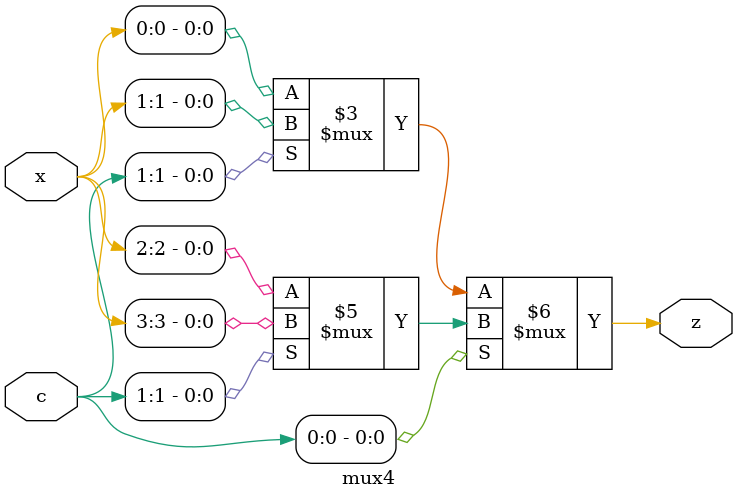
<source format=sv>
module mux4(output logic z, input logic [3:0] x, input logic [0:1] c);

	assign z = (
		c[0] == 0 ? (
			c[1] == 0 ?
				x[0] :
				x[1]
			) : (
			c[1] == 0 ?
				x[2] :
				x[3]
			)
		);

endmodule

</source>
